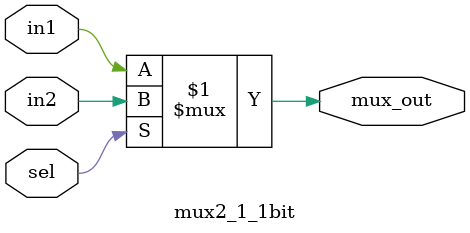
<source format=v>
module RISC_FPGA (KEY,SW,CLOCK_50,LCD_ON,LCD_BLON, LCD_RW, LCD_EN, LCD_RS, LCD_DATA,HEX0,HEX1,HEX2,HEX3,HEX4,HEX5,HEX6,HEX7,LEDR);
	input CLOCK_50;
	input [1:0] KEY;
	input [7:0] SW;
	output LCD_ON;
	output LCD_BLON;
	output LCD_RW;
	output LCD_EN;
	output LCD_RS;
	inout  [7:0] LCD_DATA;
	output [17:0]LEDR;
	output [0:6]HEX0,HEX1,HEX2,HEX3,HEX4,HEX5,HEX6,HEX7;
	
	wire debounce_clk;
	assign LEDR[13:3] = 11'b00000000000;
	wire [1:0] ForwardAE, ForwardBE;
	wire StallD, StallF,FlushE,FlushD;
	wire BranchE,JumpE,JumpRE,PCSrcE;
	wire [31:0] ALU_outE,PC_nowE,PCTargetE,WriteDataE,ReadDataM,Rs1E,Rs1Ext,Rs2E,Rs2Ext,Rs3E,Rs3Ext;
	wire [31:0]hex_out;
	wire chosen_clk;
	wire gen_clk;
	
	
	generate_clk            DUT0(CLOCK_50, gen_clk);
	mux2_1_1bit					choose_clk(SW[7],debounce_clk,gen_clk,chosen_clk);
	debounce_better_version debounce1(KEY[0],CLOCK_50,debounce_clk);
	RiscV_Datapath 			DUT(chosen_clk,KEY[1],ForwardAE,ForwardBE,StallF,StallD,FlushE,FlushD,LEDR[17],LEDR[16],LEDR[15],LEDR[14],PC_nowE,Rs1E,Rs2E,RdE,PCTargetE,ReadDataM,WriteDataE,ALU_outE);
	hazard_detect 				DUT1(ForwardAE,ForwardBE,StallD,StallF,FlushD,FlushE,LEDR[0],LEDR[1],LEDR[2]);
	choose_output				DUT2(SW[6:0],PC_nowE,RdE,Rs1E,Rs2E,PCTargetE,ReadDataM,WriteDataE,ALU_outE,hex_out);
	b2d_ssd 						C1(hex_out[31:28], HEX7);
	b2d_ssd 						C2(hex_out[27:24], HEX6);
	b2d_ssd 						C3(hex_out[23:20], HEX5);
	b2d_ssd 						C4(hex_out[19:16], HEX4);
	b2d_ssd 						C5(hex_out[15:11], HEX3);
	b2d_ssd 						C6(hex_out[10:7], HEX2);
	b2d_ssd 						C7(hex_out[7:4], HEX1);
	b2d_ssd 						C8(hex_out[3:0], HEX0);
	
	wire DLY_RST;
	reset_delay r0(	.iCLK(CLOCK_50),.oRESET(DLY_RST) );


	// turn LCD ON
	assign	LCD_ON		=	1'b1;
	assign	LCD_BLON	   =	1'b1;


	LCD_message  mess_01( .iCLK(CLOCK_50), .iRST_N(DLY_RST), .LCD_DATA(LCD_DATA), .LCD_RW(LCD_RW), .LCD_EN(LCD_EN), .LCD_RS(LCD_RS));
endmodule



module mux2_1_1bit (input sel, input in1, input in2, output mux_out);
    assign mux_out = sel ? (in2):(in1);
endmodule




</source>
